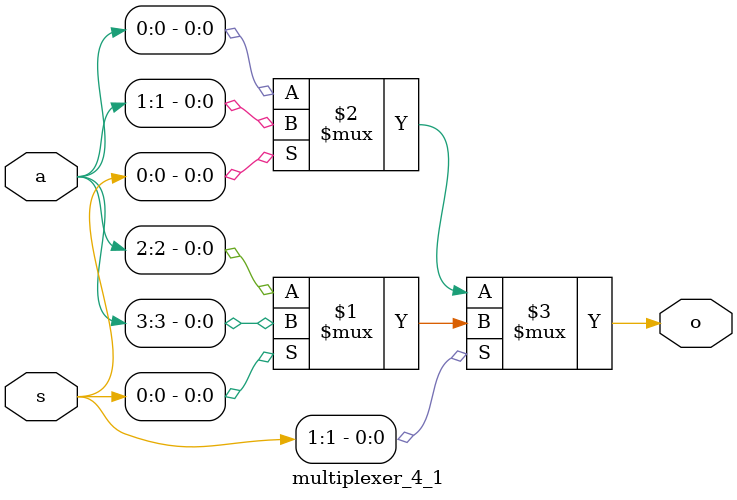
<source format=sv>
`timescale 1ns / 1ps

module multiplexer_4_1 (
    input logic [3:0] a,
    input logic [1:0] s,
    output logic o
);
  assign o = s[1] ? (s[0] ? a[3] : a[2]) : (s[0] ? a[1] : a[0]);
endmodule
</source>
